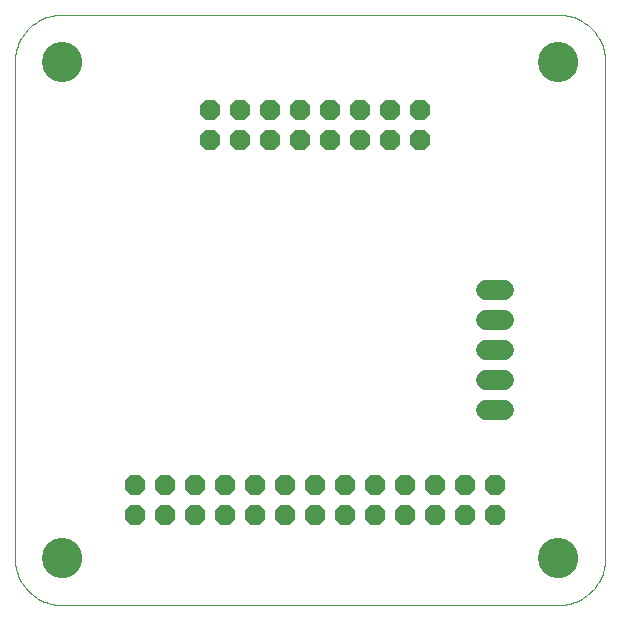
<source format=gbs>
G75*
%MOIN*%
%OFA0B0*%
%FSLAX24Y24*%
%IPPOS*%
%LPD*%
%AMOC8*
5,1,8,0,0,1.08239X$1,22.5*
%
%ADD10OC8,0.0680*%
%ADD11C,0.0000*%
%ADD12C,0.1340*%
%ADD13C,0.0680*%
D10*
X009612Y006416D03*
X010612Y006416D03*
X010612Y007416D03*
X009612Y007416D03*
X011612Y007416D03*
X012612Y007416D03*
X013612Y007416D03*
X014612Y007416D03*
X015612Y007416D03*
X016612Y007416D03*
X017612Y007416D03*
X018612Y007416D03*
X019612Y007416D03*
X020612Y007416D03*
X021612Y007416D03*
X021612Y006416D03*
X020612Y006416D03*
X019612Y006416D03*
X018612Y006416D03*
X017612Y006416D03*
X016612Y006416D03*
X015612Y006416D03*
X014612Y006416D03*
X013612Y006416D03*
X012612Y006416D03*
X011612Y006416D03*
X012112Y018916D03*
X012112Y019916D03*
X013112Y019916D03*
X014112Y019916D03*
X015112Y019916D03*
X016112Y019916D03*
X017112Y019916D03*
X018112Y019916D03*
X019112Y019916D03*
X019112Y018916D03*
X018112Y018916D03*
X017112Y018916D03*
X016112Y018916D03*
X015112Y018916D03*
X014112Y018916D03*
X013112Y018916D03*
D11*
X005612Y021526D02*
X005612Y004990D01*
X006557Y004990D02*
X006559Y005040D01*
X006565Y005090D01*
X006575Y005139D01*
X006589Y005187D01*
X006606Y005234D01*
X006627Y005279D01*
X006652Y005323D01*
X006680Y005364D01*
X006712Y005403D01*
X006746Y005440D01*
X006783Y005474D01*
X006823Y005504D01*
X006865Y005531D01*
X006909Y005555D01*
X006955Y005576D01*
X007002Y005592D01*
X007050Y005605D01*
X007100Y005614D01*
X007149Y005619D01*
X007200Y005620D01*
X007250Y005617D01*
X007299Y005610D01*
X007348Y005599D01*
X007396Y005584D01*
X007442Y005566D01*
X007487Y005544D01*
X007530Y005518D01*
X007571Y005489D01*
X007610Y005457D01*
X007646Y005422D01*
X007678Y005384D01*
X007708Y005344D01*
X007735Y005301D01*
X007758Y005257D01*
X007777Y005211D01*
X007793Y005163D01*
X007805Y005114D01*
X007813Y005065D01*
X007817Y005015D01*
X007817Y004965D01*
X007813Y004915D01*
X007805Y004866D01*
X007793Y004817D01*
X007777Y004769D01*
X007758Y004723D01*
X007735Y004679D01*
X007708Y004636D01*
X007678Y004596D01*
X007646Y004558D01*
X007610Y004523D01*
X007571Y004491D01*
X007530Y004462D01*
X007487Y004436D01*
X007442Y004414D01*
X007396Y004396D01*
X007348Y004381D01*
X007299Y004370D01*
X007250Y004363D01*
X007200Y004360D01*
X007149Y004361D01*
X007100Y004366D01*
X007050Y004375D01*
X007002Y004388D01*
X006955Y004404D01*
X006909Y004425D01*
X006865Y004449D01*
X006823Y004476D01*
X006783Y004506D01*
X006746Y004540D01*
X006712Y004577D01*
X006680Y004616D01*
X006652Y004657D01*
X006627Y004701D01*
X006606Y004746D01*
X006589Y004793D01*
X006575Y004841D01*
X006565Y004890D01*
X006559Y004940D01*
X006557Y004990D01*
X005612Y004990D02*
X005614Y004913D01*
X005620Y004836D01*
X005629Y004759D01*
X005642Y004683D01*
X005659Y004607D01*
X005680Y004533D01*
X005704Y004459D01*
X005732Y004387D01*
X005763Y004317D01*
X005798Y004248D01*
X005836Y004180D01*
X005877Y004115D01*
X005922Y004052D01*
X005970Y003991D01*
X006020Y003932D01*
X006073Y003876D01*
X006129Y003823D01*
X006188Y003773D01*
X006249Y003725D01*
X006312Y003680D01*
X006377Y003639D01*
X006445Y003601D01*
X006514Y003566D01*
X006584Y003535D01*
X006656Y003507D01*
X006730Y003483D01*
X006804Y003462D01*
X006880Y003445D01*
X006956Y003432D01*
X007033Y003423D01*
X007110Y003417D01*
X007187Y003415D01*
X007187Y003416D02*
X023722Y003416D01*
X023092Y004990D02*
X023094Y005040D01*
X023100Y005090D01*
X023110Y005139D01*
X023124Y005187D01*
X023141Y005234D01*
X023162Y005279D01*
X023187Y005323D01*
X023215Y005364D01*
X023247Y005403D01*
X023281Y005440D01*
X023318Y005474D01*
X023358Y005504D01*
X023400Y005531D01*
X023444Y005555D01*
X023490Y005576D01*
X023537Y005592D01*
X023585Y005605D01*
X023635Y005614D01*
X023684Y005619D01*
X023735Y005620D01*
X023785Y005617D01*
X023834Y005610D01*
X023883Y005599D01*
X023931Y005584D01*
X023977Y005566D01*
X024022Y005544D01*
X024065Y005518D01*
X024106Y005489D01*
X024145Y005457D01*
X024181Y005422D01*
X024213Y005384D01*
X024243Y005344D01*
X024270Y005301D01*
X024293Y005257D01*
X024312Y005211D01*
X024328Y005163D01*
X024340Y005114D01*
X024348Y005065D01*
X024352Y005015D01*
X024352Y004965D01*
X024348Y004915D01*
X024340Y004866D01*
X024328Y004817D01*
X024312Y004769D01*
X024293Y004723D01*
X024270Y004679D01*
X024243Y004636D01*
X024213Y004596D01*
X024181Y004558D01*
X024145Y004523D01*
X024106Y004491D01*
X024065Y004462D01*
X024022Y004436D01*
X023977Y004414D01*
X023931Y004396D01*
X023883Y004381D01*
X023834Y004370D01*
X023785Y004363D01*
X023735Y004360D01*
X023684Y004361D01*
X023635Y004366D01*
X023585Y004375D01*
X023537Y004388D01*
X023490Y004404D01*
X023444Y004425D01*
X023400Y004449D01*
X023358Y004476D01*
X023318Y004506D01*
X023281Y004540D01*
X023247Y004577D01*
X023215Y004616D01*
X023187Y004657D01*
X023162Y004701D01*
X023141Y004746D01*
X023124Y004793D01*
X023110Y004841D01*
X023100Y004890D01*
X023094Y004940D01*
X023092Y004990D01*
X023722Y003415D02*
X023799Y003417D01*
X023876Y003423D01*
X023953Y003432D01*
X024029Y003445D01*
X024105Y003462D01*
X024179Y003483D01*
X024253Y003507D01*
X024325Y003535D01*
X024395Y003566D01*
X024464Y003601D01*
X024532Y003639D01*
X024597Y003680D01*
X024660Y003725D01*
X024721Y003773D01*
X024780Y003823D01*
X024836Y003876D01*
X024889Y003932D01*
X024939Y003991D01*
X024987Y004052D01*
X025032Y004115D01*
X025073Y004180D01*
X025111Y004248D01*
X025146Y004317D01*
X025177Y004387D01*
X025205Y004459D01*
X025229Y004533D01*
X025250Y004607D01*
X025267Y004683D01*
X025280Y004759D01*
X025289Y004836D01*
X025295Y004913D01*
X025297Y004990D01*
X025297Y021526D01*
X023092Y021526D02*
X023094Y021576D01*
X023100Y021626D01*
X023110Y021675D01*
X023124Y021723D01*
X023141Y021770D01*
X023162Y021815D01*
X023187Y021859D01*
X023215Y021900D01*
X023247Y021939D01*
X023281Y021976D01*
X023318Y022010D01*
X023358Y022040D01*
X023400Y022067D01*
X023444Y022091D01*
X023490Y022112D01*
X023537Y022128D01*
X023585Y022141D01*
X023635Y022150D01*
X023684Y022155D01*
X023735Y022156D01*
X023785Y022153D01*
X023834Y022146D01*
X023883Y022135D01*
X023931Y022120D01*
X023977Y022102D01*
X024022Y022080D01*
X024065Y022054D01*
X024106Y022025D01*
X024145Y021993D01*
X024181Y021958D01*
X024213Y021920D01*
X024243Y021880D01*
X024270Y021837D01*
X024293Y021793D01*
X024312Y021747D01*
X024328Y021699D01*
X024340Y021650D01*
X024348Y021601D01*
X024352Y021551D01*
X024352Y021501D01*
X024348Y021451D01*
X024340Y021402D01*
X024328Y021353D01*
X024312Y021305D01*
X024293Y021259D01*
X024270Y021215D01*
X024243Y021172D01*
X024213Y021132D01*
X024181Y021094D01*
X024145Y021059D01*
X024106Y021027D01*
X024065Y020998D01*
X024022Y020972D01*
X023977Y020950D01*
X023931Y020932D01*
X023883Y020917D01*
X023834Y020906D01*
X023785Y020899D01*
X023735Y020896D01*
X023684Y020897D01*
X023635Y020902D01*
X023585Y020911D01*
X023537Y020924D01*
X023490Y020940D01*
X023444Y020961D01*
X023400Y020985D01*
X023358Y021012D01*
X023318Y021042D01*
X023281Y021076D01*
X023247Y021113D01*
X023215Y021152D01*
X023187Y021193D01*
X023162Y021237D01*
X023141Y021282D01*
X023124Y021329D01*
X023110Y021377D01*
X023100Y021426D01*
X023094Y021476D01*
X023092Y021526D01*
X023722Y023101D02*
X023799Y023099D01*
X023876Y023093D01*
X023953Y023084D01*
X024029Y023071D01*
X024105Y023054D01*
X024179Y023033D01*
X024253Y023009D01*
X024325Y022981D01*
X024395Y022950D01*
X024464Y022915D01*
X024532Y022877D01*
X024597Y022836D01*
X024660Y022791D01*
X024721Y022743D01*
X024780Y022693D01*
X024836Y022640D01*
X024889Y022584D01*
X024939Y022525D01*
X024987Y022464D01*
X025032Y022401D01*
X025073Y022336D01*
X025111Y022268D01*
X025146Y022199D01*
X025177Y022129D01*
X025205Y022057D01*
X025229Y021983D01*
X025250Y021909D01*
X025267Y021833D01*
X025280Y021757D01*
X025289Y021680D01*
X025295Y021603D01*
X025297Y021526D01*
X023722Y023101D02*
X007187Y023101D01*
X006557Y021526D02*
X006559Y021576D01*
X006565Y021626D01*
X006575Y021675D01*
X006589Y021723D01*
X006606Y021770D01*
X006627Y021815D01*
X006652Y021859D01*
X006680Y021900D01*
X006712Y021939D01*
X006746Y021976D01*
X006783Y022010D01*
X006823Y022040D01*
X006865Y022067D01*
X006909Y022091D01*
X006955Y022112D01*
X007002Y022128D01*
X007050Y022141D01*
X007100Y022150D01*
X007149Y022155D01*
X007200Y022156D01*
X007250Y022153D01*
X007299Y022146D01*
X007348Y022135D01*
X007396Y022120D01*
X007442Y022102D01*
X007487Y022080D01*
X007530Y022054D01*
X007571Y022025D01*
X007610Y021993D01*
X007646Y021958D01*
X007678Y021920D01*
X007708Y021880D01*
X007735Y021837D01*
X007758Y021793D01*
X007777Y021747D01*
X007793Y021699D01*
X007805Y021650D01*
X007813Y021601D01*
X007817Y021551D01*
X007817Y021501D01*
X007813Y021451D01*
X007805Y021402D01*
X007793Y021353D01*
X007777Y021305D01*
X007758Y021259D01*
X007735Y021215D01*
X007708Y021172D01*
X007678Y021132D01*
X007646Y021094D01*
X007610Y021059D01*
X007571Y021027D01*
X007530Y020998D01*
X007487Y020972D01*
X007442Y020950D01*
X007396Y020932D01*
X007348Y020917D01*
X007299Y020906D01*
X007250Y020899D01*
X007200Y020896D01*
X007149Y020897D01*
X007100Y020902D01*
X007050Y020911D01*
X007002Y020924D01*
X006955Y020940D01*
X006909Y020961D01*
X006865Y020985D01*
X006823Y021012D01*
X006783Y021042D01*
X006746Y021076D01*
X006712Y021113D01*
X006680Y021152D01*
X006652Y021193D01*
X006627Y021237D01*
X006606Y021282D01*
X006589Y021329D01*
X006575Y021377D01*
X006565Y021426D01*
X006559Y021476D01*
X006557Y021526D01*
X005612Y021526D02*
X005614Y021603D01*
X005620Y021680D01*
X005629Y021757D01*
X005642Y021833D01*
X005659Y021909D01*
X005680Y021983D01*
X005704Y022057D01*
X005732Y022129D01*
X005763Y022199D01*
X005798Y022268D01*
X005836Y022336D01*
X005877Y022401D01*
X005922Y022464D01*
X005970Y022525D01*
X006020Y022584D01*
X006073Y022640D01*
X006129Y022693D01*
X006188Y022743D01*
X006249Y022791D01*
X006312Y022836D01*
X006377Y022877D01*
X006445Y022915D01*
X006514Y022950D01*
X006584Y022981D01*
X006656Y023009D01*
X006730Y023033D01*
X006804Y023054D01*
X006880Y023071D01*
X006956Y023084D01*
X007033Y023093D01*
X007110Y023099D01*
X007187Y023101D01*
D12*
X007187Y021526D03*
X023722Y021526D03*
X023722Y004990D03*
X007187Y004990D03*
D13*
X021312Y009916D02*
X021912Y009916D01*
X021912Y010916D02*
X021312Y010916D01*
X021312Y011916D02*
X021912Y011916D01*
X021912Y012916D02*
X021312Y012916D01*
X021312Y013916D02*
X021912Y013916D01*
M02*

</source>
